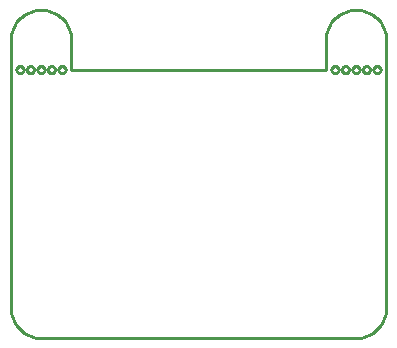
<source format=gbr>
G04 EAGLE Gerber RS-274X export*
G75*
%MOMM*%
%FSLAX34Y34*%
%LPD*%
%IN*%
%IPPOS*%
%AMOC8*
5,1,8,0,0,1.08239X$1,22.5*%
G01*
%ADD10C,0.254000*%


D10*
X-15240Y-62230D02*
X-15143Y-64444D01*
X-14854Y-66641D01*
X-14375Y-68804D01*
X-13708Y-70917D01*
X-12860Y-72965D01*
X-11837Y-74930D01*
X-10646Y-76799D01*
X-9298Y-78557D01*
X-7801Y-80191D01*
X-6167Y-81688D01*
X-4409Y-83036D01*
X-2540Y-84227D01*
X-575Y-85250D01*
X1473Y-86098D01*
X3586Y-86765D01*
X5749Y-87244D01*
X7946Y-87533D01*
X10160Y-87630D01*
X276860Y-87630D01*
X279074Y-87533D01*
X281271Y-87244D01*
X283434Y-86765D01*
X285547Y-86098D01*
X287595Y-85250D01*
X289560Y-84227D01*
X291429Y-83036D01*
X293187Y-81688D01*
X294821Y-80191D01*
X296318Y-78557D01*
X297666Y-76799D01*
X298857Y-74930D01*
X299880Y-72965D01*
X300728Y-70917D01*
X301395Y-68804D01*
X301874Y-66641D01*
X302163Y-64444D01*
X302260Y-62230D01*
X302260Y165100D01*
X302163Y167314D01*
X301874Y169511D01*
X301395Y171674D01*
X300728Y173787D01*
X299880Y175835D01*
X298857Y177800D01*
X297666Y179669D01*
X296318Y181427D01*
X294821Y183061D01*
X293187Y184558D01*
X291429Y185906D01*
X289560Y187097D01*
X287595Y188120D01*
X285547Y188968D01*
X283434Y189635D01*
X281271Y190114D01*
X279074Y190403D01*
X276860Y190500D01*
X274646Y190403D01*
X272449Y190114D01*
X270286Y189635D01*
X268173Y188968D01*
X266126Y188120D01*
X264160Y187097D01*
X262291Y185906D01*
X260533Y184558D01*
X258900Y183061D01*
X257402Y181427D01*
X256054Y179669D01*
X254863Y177800D01*
X253840Y175835D01*
X252992Y173787D01*
X252325Y171674D01*
X251846Y169511D01*
X251557Y167314D01*
X251460Y165100D01*
X251460Y139700D01*
X35560Y139700D01*
X35560Y165100D01*
X35463Y167314D01*
X35174Y169511D01*
X34695Y171674D01*
X34028Y173787D01*
X33180Y175835D01*
X32157Y177800D01*
X30966Y179669D01*
X29618Y181427D01*
X28121Y183061D01*
X26487Y184558D01*
X24729Y185906D01*
X22860Y187097D01*
X20895Y188120D01*
X18847Y188968D01*
X16734Y189635D01*
X14571Y190114D01*
X12374Y190403D01*
X10160Y190500D01*
X7946Y190403D01*
X5749Y190114D01*
X3586Y189635D01*
X1473Y188968D01*
X-575Y188120D01*
X-2540Y187097D01*
X-4409Y185906D01*
X-6167Y184558D01*
X-7801Y183061D01*
X-9298Y181427D01*
X-10646Y179669D01*
X-11837Y177800D01*
X-12860Y175835D01*
X-13708Y173787D01*
X-14375Y171674D01*
X-14854Y169511D01*
X-15143Y167314D01*
X-15240Y165100D01*
X-15240Y-62230D01*
X30940Y139464D02*
X30866Y138998D01*
X30720Y138548D01*
X30506Y138128D01*
X30228Y137746D01*
X29894Y137412D01*
X29512Y137134D01*
X29092Y136920D01*
X28643Y136774D01*
X28176Y136700D01*
X27704Y136700D01*
X27238Y136774D01*
X26788Y136920D01*
X26368Y137134D01*
X25986Y137412D01*
X25652Y137746D01*
X25374Y138128D01*
X25160Y138548D01*
X25014Y138998D01*
X24940Y139464D01*
X24940Y139936D01*
X25014Y140403D01*
X25160Y140852D01*
X25374Y141272D01*
X25652Y141654D01*
X25986Y141988D01*
X26368Y142266D01*
X26788Y142480D01*
X27238Y142626D01*
X27704Y142700D01*
X28176Y142700D01*
X28643Y142626D01*
X29092Y142480D01*
X29512Y142266D01*
X29894Y141988D01*
X30228Y141654D01*
X30506Y141272D01*
X30720Y140852D01*
X30866Y140403D01*
X30940Y139936D01*
X30940Y139464D01*
X22050Y139464D02*
X21976Y138998D01*
X21830Y138548D01*
X21616Y138128D01*
X21338Y137746D01*
X21004Y137412D01*
X20622Y137134D01*
X20202Y136920D01*
X19753Y136774D01*
X19286Y136700D01*
X18814Y136700D01*
X18348Y136774D01*
X17898Y136920D01*
X17478Y137134D01*
X17096Y137412D01*
X16762Y137746D01*
X16484Y138128D01*
X16270Y138548D01*
X16124Y138998D01*
X16050Y139464D01*
X16050Y139936D01*
X16124Y140403D01*
X16270Y140852D01*
X16484Y141272D01*
X16762Y141654D01*
X17096Y141988D01*
X17478Y142266D01*
X17898Y142480D01*
X18348Y142626D01*
X18814Y142700D01*
X19286Y142700D01*
X19753Y142626D01*
X20202Y142480D01*
X20622Y142266D01*
X21004Y141988D01*
X21338Y141654D01*
X21616Y141272D01*
X21830Y140852D01*
X21976Y140403D01*
X22050Y139936D01*
X22050Y139464D01*
X13160Y139464D02*
X13086Y138998D01*
X12940Y138548D01*
X12726Y138128D01*
X12448Y137746D01*
X12114Y137412D01*
X11732Y137134D01*
X11312Y136920D01*
X10863Y136774D01*
X10396Y136700D01*
X9924Y136700D01*
X9458Y136774D01*
X9008Y136920D01*
X8588Y137134D01*
X8206Y137412D01*
X7872Y137746D01*
X7594Y138128D01*
X7380Y138548D01*
X7234Y138998D01*
X7160Y139464D01*
X7160Y139936D01*
X7234Y140403D01*
X7380Y140852D01*
X7594Y141272D01*
X7872Y141654D01*
X8206Y141988D01*
X8588Y142266D01*
X9008Y142480D01*
X9458Y142626D01*
X9924Y142700D01*
X10396Y142700D01*
X10863Y142626D01*
X11312Y142480D01*
X11732Y142266D01*
X12114Y141988D01*
X12448Y141654D01*
X12726Y141272D01*
X12940Y140852D01*
X13086Y140403D01*
X13160Y139936D01*
X13160Y139464D01*
X4270Y139464D02*
X4196Y138998D01*
X4050Y138548D01*
X3836Y138128D01*
X3558Y137746D01*
X3224Y137412D01*
X2842Y137134D01*
X2422Y136920D01*
X1973Y136774D01*
X1506Y136700D01*
X1034Y136700D01*
X568Y136774D01*
X118Y136920D01*
X-302Y137134D01*
X-684Y137412D01*
X-1018Y137746D01*
X-1296Y138128D01*
X-1510Y138548D01*
X-1656Y138998D01*
X-1730Y139464D01*
X-1730Y139936D01*
X-1656Y140403D01*
X-1510Y140852D01*
X-1296Y141272D01*
X-1018Y141654D01*
X-684Y141988D01*
X-302Y142266D01*
X118Y142480D01*
X568Y142626D01*
X1034Y142700D01*
X1506Y142700D01*
X1973Y142626D01*
X2422Y142480D01*
X2842Y142266D01*
X3224Y141988D01*
X3558Y141654D01*
X3836Y141272D01*
X4050Y140852D01*
X4196Y140403D01*
X4270Y139936D01*
X4270Y139464D01*
X-4620Y139464D02*
X-4694Y138998D01*
X-4840Y138548D01*
X-5054Y138128D01*
X-5332Y137746D01*
X-5666Y137412D01*
X-6048Y137134D01*
X-6468Y136920D01*
X-6918Y136774D01*
X-7384Y136700D01*
X-7856Y136700D01*
X-8323Y136774D01*
X-8772Y136920D01*
X-9192Y137134D01*
X-9574Y137412D01*
X-9908Y137746D01*
X-10186Y138128D01*
X-10400Y138548D01*
X-10546Y138998D01*
X-10620Y139464D01*
X-10620Y139936D01*
X-10546Y140403D01*
X-10400Y140852D01*
X-10186Y141272D01*
X-9908Y141654D01*
X-9574Y141988D01*
X-9192Y142266D01*
X-8772Y142480D01*
X-8323Y142626D01*
X-7856Y142700D01*
X-7384Y142700D01*
X-6918Y142626D01*
X-6468Y142480D01*
X-6048Y142266D01*
X-5666Y141988D01*
X-5332Y141654D01*
X-5054Y141272D01*
X-4840Y140852D01*
X-4694Y140403D01*
X-4620Y139936D01*
X-4620Y139464D01*
X297640Y139464D02*
X297566Y138998D01*
X297420Y138548D01*
X297206Y138128D01*
X296928Y137746D01*
X296594Y137412D01*
X296212Y137134D01*
X295792Y136920D01*
X295343Y136774D01*
X294876Y136700D01*
X294404Y136700D01*
X293938Y136774D01*
X293488Y136920D01*
X293068Y137134D01*
X292686Y137412D01*
X292352Y137746D01*
X292074Y138128D01*
X291860Y138548D01*
X291714Y138998D01*
X291640Y139464D01*
X291640Y139936D01*
X291714Y140403D01*
X291860Y140852D01*
X292074Y141272D01*
X292352Y141654D01*
X292686Y141988D01*
X293068Y142266D01*
X293488Y142480D01*
X293938Y142626D01*
X294404Y142700D01*
X294876Y142700D01*
X295343Y142626D01*
X295792Y142480D01*
X296212Y142266D01*
X296594Y141988D01*
X296928Y141654D01*
X297206Y141272D01*
X297420Y140852D01*
X297566Y140403D01*
X297640Y139936D01*
X297640Y139464D01*
X288750Y139464D02*
X288676Y138998D01*
X288530Y138548D01*
X288316Y138128D01*
X288038Y137746D01*
X287704Y137412D01*
X287322Y137134D01*
X286902Y136920D01*
X286453Y136774D01*
X285986Y136700D01*
X285514Y136700D01*
X285048Y136774D01*
X284598Y136920D01*
X284178Y137134D01*
X283796Y137412D01*
X283462Y137746D01*
X283184Y138128D01*
X282970Y138548D01*
X282824Y138998D01*
X282750Y139464D01*
X282750Y139936D01*
X282824Y140403D01*
X282970Y140852D01*
X283184Y141272D01*
X283462Y141654D01*
X283796Y141988D01*
X284178Y142266D01*
X284598Y142480D01*
X285048Y142626D01*
X285514Y142700D01*
X285986Y142700D01*
X286453Y142626D01*
X286902Y142480D01*
X287322Y142266D01*
X287704Y141988D01*
X288038Y141654D01*
X288316Y141272D01*
X288530Y140852D01*
X288676Y140403D01*
X288750Y139936D01*
X288750Y139464D01*
X279860Y139464D02*
X279786Y138998D01*
X279640Y138548D01*
X279426Y138128D01*
X279148Y137746D01*
X278814Y137412D01*
X278432Y137134D01*
X278012Y136920D01*
X277563Y136774D01*
X277096Y136700D01*
X276624Y136700D01*
X276158Y136774D01*
X275708Y136920D01*
X275288Y137134D01*
X274906Y137412D01*
X274572Y137746D01*
X274294Y138128D01*
X274080Y138548D01*
X273934Y138998D01*
X273860Y139464D01*
X273860Y139936D01*
X273934Y140403D01*
X274080Y140852D01*
X274294Y141272D01*
X274572Y141654D01*
X274906Y141988D01*
X275288Y142266D01*
X275708Y142480D01*
X276158Y142626D01*
X276624Y142700D01*
X277096Y142700D01*
X277563Y142626D01*
X278012Y142480D01*
X278432Y142266D01*
X278814Y141988D01*
X279148Y141654D01*
X279426Y141272D01*
X279640Y140852D01*
X279786Y140403D01*
X279860Y139936D01*
X279860Y139464D01*
X270970Y139464D02*
X270896Y138998D01*
X270750Y138548D01*
X270536Y138128D01*
X270258Y137746D01*
X269924Y137412D01*
X269542Y137134D01*
X269122Y136920D01*
X268673Y136774D01*
X268206Y136700D01*
X267734Y136700D01*
X267268Y136774D01*
X266818Y136920D01*
X266398Y137134D01*
X266016Y137412D01*
X265682Y137746D01*
X265404Y138128D01*
X265190Y138548D01*
X265044Y138998D01*
X264970Y139464D01*
X264970Y139936D01*
X265044Y140403D01*
X265190Y140852D01*
X265404Y141272D01*
X265682Y141654D01*
X266016Y141988D01*
X266398Y142266D01*
X266818Y142480D01*
X267268Y142626D01*
X267734Y142700D01*
X268206Y142700D01*
X268673Y142626D01*
X269122Y142480D01*
X269542Y142266D01*
X269924Y141988D01*
X270258Y141654D01*
X270536Y141272D01*
X270750Y140852D01*
X270896Y140403D01*
X270970Y139936D01*
X270970Y139464D01*
X262080Y139464D02*
X262006Y138998D01*
X261860Y138548D01*
X261646Y138128D01*
X261368Y137746D01*
X261034Y137412D01*
X260652Y137134D01*
X260232Y136920D01*
X259783Y136774D01*
X259316Y136700D01*
X258844Y136700D01*
X258378Y136774D01*
X257928Y136920D01*
X257508Y137134D01*
X257126Y137412D01*
X256792Y137746D01*
X256514Y138128D01*
X256300Y138548D01*
X256154Y138998D01*
X256080Y139464D01*
X256080Y139936D01*
X256154Y140403D01*
X256300Y140852D01*
X256514Y141272D01*
X256792Y141654D01*
X257126Y141988D01*
X257508Y142266D01*
X257928Y142480D01*
X258378Y142626D01*
X258844Y142700D01*
X259316Y142700D01*
X259783Y142626D01*
X260232Y142480D01*
X260652Y142266D01*
X261034Y141988D01*
X261368Y141654D01*
X261646Y141272D01*
X261860Y140852D01*
X262006Y140403D01*
X262080Y139936D01*
X262080Y139464D01*
M02*

</source>
